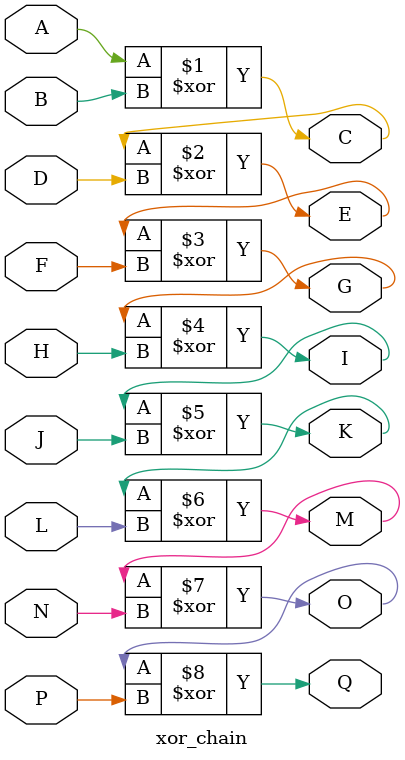
<source format=v>
`timescale 1ns/1ps

module xor_chain(
    input  wire A,   // First input to gate 1
    input  wire B,   // Second input to gate 1
    input  wire D,   // Input to gate 2 (with output of gate 1)
    input  wire F,   // Input to gate 3 (with output of gate 2)
    input  wire H,   // Input to gate 4 (with output of gate 3)
    input  wire J,   // Input to gate 5 (with output of gate 4)
    input  wire L,   // Input to gate 6 (with output of gate 5)
    input  wire N,   // Input to gate 7 (with output of gate 6)
    input  wire P,   // Input to gate 8 (with output of gate 7)
    output wire C,   // Output of gate 1: A XOR B
    output wire E,   // Output of gate 2: C XOR D
    output wire G,   // Output of gate 3: E XOR F
    output wire I,   // Output of gate 4: G XOR H
    output wire K,   // Output of gate 5: I XOR J
    output wire M,   // Output of gate 6: K XOR L
    output wire O,   // Output of gate 7: M XOR N
    output wire Q    // Output of gate 8: O XOR P
);

    // Gate 1: A XOR B -> C
    xor U1 (C, A, B);

    // Gate 2: C XOR D -> E
    xor U2 (E, C, D);

    // Gate 3: E XOR F -> G
    xor U3 (G, E, F);

    // Gate 4: G XOR H -> I
    xor U4 (I, G, H);

    // Gate 5: I XOR J -> K
    xor U5 (K, I, J);

    // Gate 6: K XOR L -> M
    xor U6 (M, K, L);

    // Gate 7: M XOR N -> O
    xor U7 (O, M, N);

    // Gate 8: O XOR P -> Q
    xor U8 (Q, O, P);

endmodule

</source>
